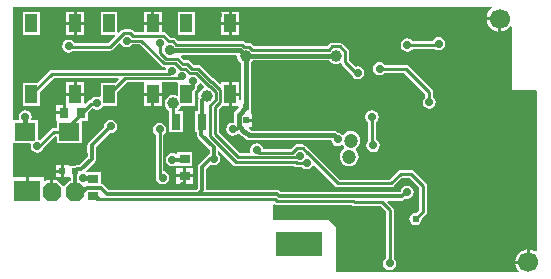
<source format=gbl>
%FSLAX25Y25*%
%MOIN*%
G70*
G01*
G75*
G04 Layer_Physical_Order=2*
G04 Layer_Color=16711680*
%ADD10R,0.02165X0.05906*%
%ADD11R,0.03543X0.03150*%
%ADD12R,0.01969X0.02362*%
%ADD13R,0.01969X0.01969*%
%ADD14R,0.18110X0.16929*%
%ADD15R,0.06299X0.07874*%
%ADD16R,0.07480X0.10236*%
%ADD17R,0.02953X0.07087*%
%ADD18R,0.02362X0.01969*%
%ADD19R,0.04724X0.02362*%
%ADD20R,0.07480X0.09350*%
%ADD21R,0.07480X0.04626*%
%ADD22R,0.07874X0.05807*%
%ADD23R,0.08268X0.05807*%
%ADD24R,0.05433X0.01772*%
%ADD25R,0.03543X0.03543*%
%ADD26R,0.08071X0.08071*%
%ADD27O,0.00787X0.03543*%
%ADD28O,0.03543X0.00787*%
%ADD29R,0.02165X0.03937*%
%ADD30R,0.00984X0.04331*%
%ADD31R,0.04500X0.04500*%
%ADD32R,0.03937X0.14961*%
%ADD33R,0.06693X0.04331*%
%ADD34R,0.03150X0.03543*%
%ADD35R,0.04331X0.06693*%
%ADD36R,0.04331X0.01575*%
%ADD37R,0.05118X0.02362*%
%ADD38R,0.05118X0.02756*%
%ADD39R,0.02756X0.03543*%
%ADD40R,0.02362X0.04528*%
%ADD41R,0.02559X0.04331*%
%ADD42R,0.22441X0.22441*%
%ADD43O,0.03543X0.00984*%
%ADD44O,0.00984X0.03543*%
%ADD45C,0.01181*%
%ADD46C,0.00984*%
%ADD47C,0.01969*%
%ADD48C,0.01575*%
%ADD49R,0.07480X0.06890*%
%ADD50R,0.13780X0.06496*%
G04:AMPARAMS|DCode=51|XSize=59.06mil|YSize=59.06mil|CornerRadius=0mil|HoleSize=0mil|Usage=FLASHONLY|Rotation=90.000|XOffset=0mil|YOffset=0mil|HoleType=Round|Shape=Octagon|*
%AMOCTAGOND51*
4,1,8,0.01476,0.02953,-0.01476,0.02953,-0.02953,0.01476,-0.02953,-0.01476,-0.01476,-0.02953,0.01476,-0.02953,0.02953,-0.01476,0.02953,0.01476,0.01476,0.02953,0.0*
%
%ADD51OCTAGOND51*%

%ADD52R,0.15748X0.07874*%
%ADD53C,0.03937*%
%ADD54R,0.09055X0.07087*%
%ADD55C,0.04724*%
%ADD56C,0.06693*%
%ADD57C,0.02756*%
%ADD58C,0.02441*%
%ADD59C,0.03543*%
%ADD60C,0.01969*%
%ADD61R,0.03150X0.05512*%
%ADD62R,0.06890X0.05906*%
%ADD63R,0.03937X0.05906*%
G36*
X160755Y-1386D02*
X160187Y-1821D01*
X159491Y-2729D01*
X159053Y-3787D01*
X158969Y-4421D01*
X163287D01*
Y-4921D01*
X163787D01*
Y-9239D01*
X164422Y-9156D01*
X165479Y-8718D01*
X166387Y-8021D01*
X166823Y-7454D01*
X167323Y-7623D01*
Y-28543D01*
X175434D01*
X175787Y-28897D01*
X175701Y-82278D01*
X175252Y-82498D01*
X175027Y-82325D01*
X173969Y-81888D01*
X173335Y-81804D01*
Y-86122D01*
X172835D01*
Y-86622D01*
X168517D01*
X168600Y-87257D01*
X169038Y-88314D01*
X169540Y-88968D01*
X169294Y-89468D01*
X108661D01*
Y-74311D01*
X106398Y-72047D01*
X87992D01*
X87697Y-71752D01*
Y-66922D01*
X88197Y-66715D01*
X88251Y-66769D01*
X88674Y-67052D01*
X88757Y-67068D01*
X89173Y-67151D01*
X114070D01*
X114223Y-67253D01*
X114363Y-67347D01*
X114862Y-67446D01*
X123574D01*
X125270Y-69143D01*
Y-84783D01*
X125014Y-84955D01*
X124535Y-85671D01*
X124367Y-86516D01*
X124535Y-87361D01*
X125014Y-88077D01*
X125730Y-88556D01*
X126575Y-88723D01*
X127420Y-88556D01*
X128136Y-88077D01*
X128614Y-87361D01*
X128783Y-86516D01*
X128614Y-85671D01*
X128136Y-84955D01*
X127879Y-84783D01*
Y-68602D01*
X127780Y-68103D01*
X127497Y-67680D01*
X125857Y-66040D01*
X126049Y-65578D01*
X130620D01*
X131157Y-65471D01*
X131613Y-65167D01*
X131877Y-64903D01*
X132382Y-65003D01*
X133227Y-64835D01*
X133943Y-64356D01*
X134422Y-63640D01*
X134590Y-62795D01*
X134422Y-61950D01*
X133943Y-61234D01*
X133227Y-60756D01*
X132382Y-60588D01*
X131537Y-60756D01*
X130821Y-61234D01*
X130342Y-61950D01*
X130215Y-62591D01*
X130038Y-62768D01*
X90448D01*
X90072Y-62392D01*
X89617Y-62088D01*
X89079Y-61981D01*
X87992D01*
X87992Y-61981D01*
X65381D01*
Y-55011D01*
X66894Y-53498D01*
X67072Y-53617D01*
X67917Y-53785D01*
X68762Y-53617D01*
X69478Y-53139D01*
X69956Y-52422D01*
X70125Y-51577D01*
X69956Y-50732D01*
X69478Y-50016D01*
X69322Y-49912D01*
Y-49182D01*
X69784Y-48991D01*
X74434Y-53641D01*
X74858Y-53924D01*
X74940Y-53941D01*
X75357Y-54024D01*
X94689D01*
X95041Y-54259D01*
X95124Y-54275D01*
X95541Y-54358D01*
X97337D01*
X97413Y-54472D01*
X98129Y-54951D01*
X98974Y-55119D01*
X99819Y-54951D01*
X100535Y-54472D01*
X100907Y-53916D01*
X101480Y-53782D01*
X108466Y-60768D01*
X108749Y-60957D01*
X108889Y-61051D01*
X109388Y-61150D01*
X127067D01*
X127566Y-61051D01*
X127989Y-60768D01*
X128193Y-60462D01*
X130757Y-57899D01*
X133220D01*
X136491Y-61170D01*
Y-68554D01*
X135405Y-69640D01*
X135236Y-69606D01*
X134453Y-69762D01*
X133789Y-70206D01*
X133345Y-70870D01*
X133189Y-71653D01*
X133345Y-72437D01*
X133789Y-73101D01*
X134453Y-73545D01*
X135236Y-73701D01*
X136020Y-73545D01*
X136684Y-73101D01*
X137128Y-72437D01*
X137283Y-71653D01*
X137250Y-71485D01*
X138718Y-70017D01*
X139001Y-69594D01*
X139100Y-69095D01*
Y-60630D01*
X139017Y-60214D01*
X139001Y-60131D01*
X138718Y-59707D01*
X134682Y-55672D01*
X134259Y-55389D01*
X134176Y-55373D01*
X133760Y-55290D01*
X130217D01*
X129717Y-55389D01*
X129294Y-55672D01*
X126425Y-58541D01*
X109929D01*
X99943Y-48555D01*
X99653Y-48361D01*
X98501Y-47210D01*
X98078Y-46927D01*
X97996Y-46911D01*
X97579Y-46828D01*
X95541D01*
X95041Y-46927D01*
X94901Y-47021D01*
X94618Y-47210D01*
X93563Y-48265D01*
X84399D01*
X84306Y-47795D01*
X83827Y-47078D01*
X83111Y-46600D01*
X82266Y-46432D01*
X81421Y-46600D01*
X80705Y-47078D01*
X80226Y-47795D01*
X80058Y-48640D01*
X80198Y-49340D01*
X79908Y-49840D01*
X76550D01*
X69612Y-42902D01*
Y-35035D01*
X70576Y-34071D01*
X72925D01*
Y-30118D01*
Y-26165D01*
X70457D01*
Y-26574D01*
X69995Y-26765D01*
X68228Y-24998D01*
X67805Y-24715D01*
X67798Y-24714D01*
X63716Y-20633D01*
X63293Y-20350D01*
X63210Y-20333D01*
X62794Y-20251D01*
X61269D01*
X60077Y-19059D01*
X59654Y-18776D01*
X59571Y-18760D01*
X59155Y-18677D01*
X58120D01*
X57002Y-17558D01*
X57209Y-17058D01*
X75445D01*
X75764Y-17421D01*
X75858Y-18141D01*
X76136Y-18811D01*
X76578Y-19387D01*
X77036Y-19738D01*
Y-32063D01*
X76894Y-32176D01*
X76394Y-31935D01*
Y-30618D01*
X73925D01*
Y-34071D01*
X76061D01*
X76269Y-34571D01*
X75093Y-35747D01*
X74745Y-36268D01*
X74725Y-36369D01*
X74623Y-36882D01*
X74623Y-36882D01*
Y-39277D01*
X74311Y-39533D01*
X73466Y-39701D01*
X72750Y-40179D01*
X72271Y-40896D01*
X72103Y-41741D01*
X72271Y-42585D01*
X72750Y-43302D01*
X73466Y-43780D01*
X74311Y-43948D01*
X75156Y-43780D01*
X75872Y-43302D01*
X75909Y-43246D01*
X76407Y-43197D01*
X76971Y-43761D01*
X76971Y-43761D01*
X77491Y-44109D01*
X77782Y-44167D01*
X78549Y-44935D01*
X78549Y-44935D01*
X79070Y-45283D01*
X79172Y-45303D01*
X79685Y-45405D01*
X79685Y-45405D01*
X107089D01*
X107212Y-46022D01*
X107691Y-46738D01*
X108407Y-47217D01*
X109252Y-47385D01*
X110097Y-47217D01*
X110440Y-46987D01*
X110919Y-47133D01*
X110930Y-47159D01*
X111321Y-47669D01*
X111409Y-47894D01*
X111265Y-48317D01*
X110844Y-48640D01*
X110339Y-49297D01*
X110022Y-50064D01*
X109914Y-50886D01*
X110022Y-51708D01*
X110339Y-52474D01*
X110844Y-53132D01*
X111502Y-53637D01*
X112268Y-53954D01*
X113091Y-54063D01*
X113913Y-53954D01*
X114679Y-53637D01*
X115337Y-53132D01*
X115842Y-52474D01*
X116159Y-51708D01*
X116267Y-50886D01*
X116159Y-50064D01*
X115842Y-49297D01*
X115451Y-48788D01*
X115363Y-48562D01*
X115507Y-48140D01*
X115927Y-47817D01*
X116432Y-47159D01*
X116750Y-46393D01*
X116858Y-45571D01*
X116750Y-44749D01*
X116432Y-43982D01*
X115927Y-43325D01*
X115269Y-42820D01*
X114503Y-42502D01*
X113681Y-42394D01*
X112859Y-42502D01*
X112093Y-42820D01*
X111435Y-43325D01*
X111201Y-43629D01*
X110813Y-43616D01*
X110097Y-43137D01*
X109331Y-42985D01*
X109009Y-42664D01*
X108489Y-42316D01*
X108387Y-42296D01*
X107874Y-42193D01*
X107874Y-42194D01*
X80350D01*
X79647Y-41490D01*
X79573Y-41441D01*
X79724Y-40941D01*
X80626D01*
Y-39260D01*
X78642D01*
Y-38260D01*
X80626D01*
Y-36579D01*
X80626D01*
X80413Y-36437D01*
Y-32500D01*
X80247D01*
Y-19587D01*
X80509Y-19387D01*
X80935Y-18831D01*
X106425D01*
X106701Y-19191D01*
X107277Y-19633D01*
X107947Y-19910D01*
X108667Y-20005D01*
X109386Y-19910D01*
X109977Y-19666D01*
X110173Y-19683D01*
X110253Y-19710D01*
X110564Y-19873D01*
X110795Y-20219D01*
X113801Y-23224D01*
X113911Y-23779D01*
X114389Y-24495D01*
X115106Y-24974D01*
X115951Y-25142D01*
X116795Y-24974D01*
X117512Y-24495D01*
X117990Y-23779D01*
X118158Y-22934D01*
X117990Y-22089D01*
X117512Y-21373D01*
X116795Y-20895D01*
X115951Y-20726D01*
X115152Y-20885D01*
X113022Y-18756D01*
Y-15961D01*
X112923Y-15462D01*
X112829Y-15322D01*
X112640Y-15039D01*
X110853Y-13252D01*
X110430Y-12969D01*
X110347Y-12952D01*
X109931Y-12869D01*
X107403D01*
X106904Y-12969D01*
X106763Y-13063D01*
X106480Y-13252D01*
X105773Y-13959D01*
X81241D01*
X80730Y-13448D01*
X80306Y-13165D01*
X80224Y-13148D01*
X79807Y-13066D01*
X78677D01*
X78272Y-12660D01*
X77849Y-12377D01*
X77766Y-12361D01*
X77349Y-12278D01*
X56055D01*
X55355Y-11578D01*
X54932Y-11295D01*
X54849Y-11279D01*
X54433Y-11196D01*
X53629D01*
X52043Y-9610D01*
X51619Y-9327D01*
X51537Y-9310D01*
X51120Y-9228D01*
X50557D01*
Y-6996D01*
X44620D01*
Y-9228D01*
X41485D01*
X41080Y-8822D01*
X40657Y-8539D01*
X40574Y-8523D01*
X40157Y-8440D01*
X37959D01*
X37543Y-8523D01*
X37460Y-8539D01*
X37037Y-8822D01*
X36239Y-9619D01*
X35778Y-9428D01*
Y-2756D01*
X30266D01*
Y-10236D01*
X34969D01*
X35161Y-10698D01*
X32892Y-12967D01*
X21451D01*
X21149Y-12514D01*
X20433Y-12036D01*
X19588Y-11868D01*
X18743Y-12036D01*
X18026Y-12514D01*
X17548Y-13231D01*
X17380Y-14075D01*
X17548Y-14920D01*
X18026Y-15637D01*
X18743Y-16115D01*
X19588Y-16283D01*
X20433Y-16115D01*
X21149Y-15637D01*
X21189Y-15576D01*
X33432D01*
X33849Y-15493D01*
X33931Y-15477D01*
X34355Y-15194D01*
X36473Y-13076D01*
X37045Y-13210D01*
X37417Y-13767D01*
X38133Y-14245D01*
X38978Y-14413D01*
X39823Y-14245D01*
X40539Y-13767D01*
X40711Y-13510D01*
X43297D01*
X50494Y-20707D01*
X50917Y-20990D01*
X51416Y-21089D01*
X51638D01*
X51913Y-21521D01*
X51733Y-21924D01*
X14075D01*
X13576Y-22023D01*
X13152Y-22306D01*
X9080Y-26378D01*
X4429D01*
Y-33858D01*
X9941D01*
Y-29207D01*
X14615Y-24533D01*
X36109D01*
X36300Y-24995D01*
X34917Y-26378D01*
X30266D01*
Y-30734D01*
X29766Y-31010D01*
X29037Y-30865D01*
X28192Y-31033D01*
X27476Y-31511D01*
X27108Y-32061D01*
X26969D01*
X26552Y-32144D01*
X26469Y-32161D01*
X26046Y-32444D01*
X25221Y-33269D01*
X24721Y-33062D01*
Y-30618D01*
X18783D01*
Y-33547D01*
X18610D01*
Y-36319D01*
X18110D01*
Y-36819D01*
X15535D01*
Y-39090D01*
X15551D01*
Y-41215D01*
X14764D01*
X14347Y-41298D01*
X14265Y-41314D01*
X13841Y-41597D01*
X10020Y-45418D01*
X9999Y-45404D01*
X9252Y-45255D01*
Y-38780D01*
X7489D01*
X7190Y-38280D01*
X7326Y-37598D01*
X7158Y-36754D01*
X6679Y-36037D01*
X5963Y-35559D01*
X5118Y-35391D01*
X4273Y-35559D01*
X3557Y-36037D01*
X3078Y-36754D01*
X2910Y-37598D01*
X3046Y-38280D01*
X2747Y-38780D01*
X1083D01*
Y-1083D01*
X1280Y-886D01*
X160585D01*
X160755Y-1386D01*
D02*
G37*
G36*
X56071Y-26356D02*
X56102Y-26592D01*
Y-30490D01*
X55602Y-30713D01*
X55050Y-30484D01*
X54331Y-30390D01*
X53611Y-30484D01*
X52941Y-30762D01*
X52365Y-31204D01*
X51923Y-31780D01*
X51646Y-32450D01*
X51551Y-33169D01*
X51646Y-33889D01*
X51923Y-34559D01*
X52365Y-35135D01*
X52941Y-35577D01*
X53026Y-35612D01*
Y-38189D01*
X53051Y-38315D01*
Y-42815D01*
X57776D01*
Y-35728D01*
X56344D01*
X56174Y-35228D01*
X56296Y-35135D01*
X56738Y-34559D01*
X57016Y-33889D01*
X57020Y-33858D01*
X61614D01*
Y-29207D01*
X62045Y-28777D01*
X62327Y-28354D01*
X62344Y-28271D01*
X62427Y-27854D01*
Y-27323D01*
X62683Y-27152D01*
X63055Y-26596D01*
X63628Y-26461D01*
X64728Y-27562D01*
X64585Y-28126D01*
X64161Y-28301D01*
X63586Y-28743D01*
X63144Y-29319D01*
X62866Y-29989D01*
X62771Y-30709D01*
X62866Y-31428D01*
X62888Y-31481D01*
X62777Y-31647D01*
X62670Y-32185D01*
Y-35728D01*
X61713D01*
Y-42815D01*
X62375D01*
Y-43602D01*
X62481Y-44140D01*
X62786Y-44596D01*
X66512Y-48322D01*
Y-49912D01*
X66356Y-50016D01*
X66090Y-50413D01*
X65835Y-50584D01*
X62983Y-53436D01*
X62678Y-53891D01*
X62571Y-54429D01*
Y-61426D01*
X62016Y-61981D01*
X33062D01*
X31308Y-60227D01*
X30853Y-59922D01*
X30413Y-59835D01*
Y-56102D01*
X25457D01*
X25218Y-55634D01*
X28257Y-52595D01*
X28562Y-52139D01*
X28669Y-51601D01*
Y-47731D01*
X33380Y-43020D01*
X33565Y-43056D01*
X34409Y-42888D01*
X35126Y-42410D01*
X35604Y-41693D01*
X35772Y-40848D01*
X35604Y-40004D01*
X35126Y-39287D01*
X34409Y-38809D01*
X33565Y-38641D01*
X32720Y-38809D01*
X32004Y-39287D01*
X31525Y-40004D01*
X31357Y-40848D01*
X31394Y-41033D01*
X26270Y-46156D01*
X25966Y-46612D01*
X25859Y-47149D01*
Y-51020D01*
X23103Y-53776D01*
X22260D01*
X21723Y-53883D01*
X21641Y-53937D01*
X20122D01*
X20034D01*
X19622Y-53724D01*
X19526D01*
X19352Y-53724D01*
X17941D01*
Y-55709D01*
Y-57693D01*
X19352D01*
X19526Y-57693D01*
X19622D01*
X19749Y-57628D01*
X20249Y-57932D01*
Y-59055D01*
X19783D01*
X18268Y-60570D01*
X17831Y-60720D01*
X17646Y-60536D01*
X15854Y-58744D01*
X14378D01*
Y-62697D01*
X13378D01*
Y-58744D01*
X11902D01*
X11698Y-58947D01*
X11236Y-58756D01*
Y-57760D01*
X6209D01*
Y-62303D01*
X5209D01*
Y-57760D01*
X1083D01*
Y-46260D01*
X6785D01*
X7082Y-46760D01*
X6946Y-47443D01*
X7114Y-48288D01*
X7593Y-49004D01*
X8309Y-49483D01*
X9154Y-49651D01*
X9999Y-49483D01*
X10715Y-49004D01*
X11194Y-48288D01*
X11281Y-47847D01*
X15051Y-44077D01*
X15551Y-44284D01*
Y-46260D01*
X24016D01*
Y-38878D01*
X25984D01*
Y-36195D01*
X27509Y-34671D01*
X27531D01*
X28192Y-35112D01*
X29037Y-35280D01*
X29882Y-35112D01*
X30598Y-34634D01*
X31077Y-33917D01*
X31088Y-33858D01*
X35778D01*
Y-29207D01*
X38877Y-26108D01*
X44144D01*
X44620Y-26165D01*
X44620Y-26608D01*
Y-29618D01*
X50557D01*
Y-26608D01*
X50557Y-26165D01*
X51033Y-26108D01*
X55714D01*
X56071Y-26356D01*
D02*
G37*
%LPC*%
G36*
X17610Y-33547D02*
X15535D01*
Y-35819D01*
X17610D01*
Y-33547D01*
D02*
G37*
G36*
X120669Y-35489D02*
X119824Y-35657D01*
X119108Y-36136D01*
X118630Y-36852D01*
X118462Y-37697D01*
X118630Y-38542D01*
X119108Y-39258D01*
X119365Y-39429D01*
Y-45801D01*
X119029Y-46303D01*
X118861Y-47148D01*
X119029Y-47993D01*
X119508Y-48709D01*
X120224Y-49188D01*
X121069Y-49356D01*
X121914Y-49188D01*
X122630Y-48709D01*
X123109Y-47993D01*
X123277Y-47148D01*
X123109Y-46303D01*
X122630Y-45587D01*
X121974Y-45148D01*
Y-39429D01*
X122230Y-39258D01*
X122709Y-38542D01*
X122877Y-37697D01*
X122709Y-36852D01*
X122230Y-36136D01*
X121514Y-35657D01*
X120669Y-35489D01*
D02*
G37*
G36*
X60827Y-49409D02*
X55709D01*
Y-49718D01*
X55209Y-49985D01*
X54981Y-49833D01*
X54137Y-49665D01*
X53292Y-49833D01*
X52575Y-50311D01*
X52097Y-51028D01*
X51929Y-51873D01*
X52097Y-52718D01*
X52575Y-53434D01*
X53292Y-53912D01*
X54137Y-54080D01*
X54981Y-53912D01*
X55209Y-53760D01*
X55709Y-54028D01*
Y-54134D01*
X60827D01*
Y-49409D01*
D02*
G37*
G36*
X123228Y-19347D02*
X122383Y-19515D01*
X121667Y-19994D01*
X121189Y-20710D01*
X121021Y-21555D01*
X121189Y-22400D01*
X121667Y-23116D01*
X122383Y-23595D01*
X123228Y-23763D01*
X124073Y-23595D01*
X124790Y-23116D01*
X124961Y-22860D01*
X131448D01*
X138524Y-29936D01*
Y-31043D01*
X138268Y-31214D01*
X137789Y-31931D01*
X137621Y-32776D01*
X137789Y-33621D01*
X138268Y-34337D01*
X138984Y-34815D01*
X139829Y-34983D01*
X140674Y-34815D01*
X141390Y-34337D01*
X141869Y-33621D01*
X142037Y-32776D01*
X141869Y-31931D01*
X141390Y-31214D01*
X141134Y-31043D01*
Y-29396D01*
X141051Y-28980D01*
X141034Y-28897D01*
X140752Y-28474D01*
X132911Y-20633D01*
X132487Y-20350D01*
X132405Y-20333D01*
X131988Y-20251D01*
X124961D01*
X124790Y-19994D01*
X124073Y-19515D01*
X123228Y-19347D01*
D02*
G37*
G36*
X21252Y-26165D02*
X18783D01*
Y-29618D01*
X21252D01*
Y-26165D01*
D02*
G37*
G36*
X50557Y-30618D02*
X48089D01*
Y-34071D01*
X50557D01*
Y-30618D01*
D02*
G37*
G36*
X47089D02*
X44620D01*
Y-34071D01*
X47089D01*
Y-30618D01*
D02*
G37*
G36*
X16941Y-53724D02*
X15260D01*
Y-55209D01*
X16941D01*
Y-53724D01*
D02*
G37*
G36*
X57768Y-57784D02*
X55496D01*
Y-59858D01*
X57768D01*
Y-57784D01*
D02*
G37*
G36*
X49893Y-39623D02*
X49049Y-39791D01*
X48332Y-40270D01*
X47854Y-40986D01*
X47686Y-41831D01*
X47854Y-42676D01*
X48332Y-43392D01*
X48589Y-43563D01*
Y-58063D01*
X48672Y-58479D01*
X48688Y-58562D01*
X48971Y-58985D01*
X49068Y-59050D01*
X49327Y-59438D01*
X50043Y-59917D01*
X50888Y-60085D01*
X51733Y-59917D01*
X52449Y-59438D01*
X52928Y-58722D01*
X53096Y-57877D01*
X52928Y-57032D01*
X52449Y-56316D01*
X51733Y-55837D01*
X51198Y-55731D01*
Y-43563D01*
X51455Y-43392D01*
X51933Y-42676D01*
X52101Y-41831D01*
X51933Y-40986D01*
X51455Y-40270D01*
X50738Y-39791D01*
X49893Y-39623D01*
D02*
G37*
G36*
X172335Y-81804D02*
X171700Y-81888D01*
X170643Y-82325D01*
X169735Y-83022D01*
X169038Y-83930D01*
X168600Y-84987D01*
X168517Y-85622D01*
X172335D01*
Y-81804D01*
D02*
G37*
G36*
X61039Y-57784D02*
X58768D01*
Y-59858D01*
X61039D01*
Y-57784D01*
D02*
G37*
G36*
Y-54709D02*
X58768D01*
Y-56783D01*
X61039D01*
Y-54709D01*
D02*
G37*
G36*
X57768D02*
X55496D01*
Y-56783D01*
X57768D01*
Y-54709D01*
D02*
G37*
G36*
X16941Y-56209D02*
X15260D01*
Y-57693D01*
X16941D01*
Y-56209D01*
D02*
G37*
G36*
X24721Y-26165D02*
X22252D01*
Y-29618D01*
X24721D01*
Y-26165D01*
D02*
G37*
G36*
X162787Y-5421D02*
X158969D01*
X159053Y-6056D01*
X159491Y-7113D01*
X160187Y-8021D01*
X161095Y-8718D01*
X162153Y-9156D01*
X162787Y-9239D01*
Y-5421D01*
D02*
G37*
G36*
X61614Y-2756D02*
X56102D01*
Y-10236D01*
X61614D01*
Y-2756D01*
D02*
G37*
G36*
X9941D02*
X4429D01*
Y-10236D01*
X9941D01*
Y-2756D01*
D02*
G37*
G36*
X21252Y-2543D02*
X18783D01*
Y-5996D01*
X21252D01*
Y-2543D01*
D02*
G37*
G36*
X50557D02*
X48089D01*
Y-5996D01*
X50557D01*
Y-2543D01*
D02*
G37*
G36*
X47089D02*
X44620D01*
Y-5996D01*
X47089D01*
Y-2543D01*
D02*
G37*
G36*
X24721D02*
X22252D01*
Y-5996D01*
X24721D01*
Y-2543D01*
D02*
G37*
G36*
X76394Y-6996D02*
X73925D01*
Y-10449D01*
X76394D01*
Y-6996D01*
D02*
G37*
G36*
X72925Y-2543D02*
X70457D01*
Y-5996D01*
X72925D01*
Y-2543D01*
D02*
G37*
G36*
X76394Y-26165D02*
X73925D01*
Y-29618D01*
X76394D01*
Y-26165D01*
D02*
G37*
G36*
Y-2543D02*
X73925D01*
Y-5996D01*
X76394D01*
Y-2543D01*
D02*
G37*
G36*
X142913Y-10981D02*
X142069Y-11149D01*
X141352Y-11628D01*
X140874Y-12344D01*
X140867Y-12376D01*
X134213D01*
X134041Y-12120D01*
X133325Y-11641D01*
X132480Y-11473D01*
X131635Y-11641D01*
X130919Y-12120D01*
X130441Y-12836D01*
X130272Y-13681D01*
X130441Y-14526D01*
X130919Y-15242D01*
X131635Y-15721D01*
X132480Y-15889D01*
X133325Y-15721D01*
X134041Y-15242D01*
X134213Y-14986D01*
X141705D01*
X142069Y-15229D01*
X142913Y-15397D01*
X143758Y-15229D01*
X144474Y-14750D01*
X144953Y-14034D01*
X145121Y-13189D01*
X144953Y-12344D01*
X144474Y-11628D01*
X143758Y-11149D01*
X142913Y-10981D01*
D02*
G37*
G36*
X72925Y-6996D02*
X70457D01*
Y-10449D01*
X72925D01*
Y-6996D01*
D02*
G37*
G36*
X24721D02*
X22252D01*
Y-10449D01*
X24721D01*
Y-6996D01*
D02*
G37*
G36*
X21252D02*
X18783D01*
Y-10449D01*
X21252D01*
Y-6996D01*
D02*
G37*
%LPD*%
D11*
X27854Y-63976D02*
D03*
Y-58465D02*
D03*
X58268Y-57284D02*
D03*
Y-51772D02*
D03*
D12*
X78642Y-38760D02*
D03*
Y-34468D02*
D03*
D18*
X21732Y-55709D02*
D03*
X17441D02*
D03*
D34*
X18110Y-36319D02*
D03*
X23622D02*
D03*
D45*
X130620Y-64173D02*
X132190Y-62603D01*
X132382Y-62795D01*
X89866Y-64173D02*
X130620D01*
X62598Y-63386D02*
X87992D01*
X87992Y-63386D01*
X89079D01*
X89866Y-64173D01*
X30315Y-61221D02*
X32480Y-63386D01*
X21654Y-62795D02*
X24019D01*
X25593Y-61221D02*
X30315D01*
X24019Y-62795D02*
X25593Y-61221D01*
X21732Y-55709D02*
X22260Y-55181D01*
X21654Y-62795D02*
Y-55787D01*
X21732Y-55709D01*
X22260Y-55181D02*
X23685D01*
X27264Y-47149D02*
X33565Y-40848D01*
X23685Y-55181D02*
X27264Y-51601D01*
Y-47149D01*
X57773Y-51873D02*
X57874Y-51772D01*
X54137Y-51873D02*
X57773D01*
X72835Y-30709D02*
X73425Y-30118D01*
X64075Y-39272D02*
Y-32185D01*
X65551Y-30709D01*
X63779Y-39567D02*
X64075Y-39272D01*
X63976Y-54429D02*
X66828Y-51577D01*
X63976Y-62008D02*
Y-54429D01*
X62598Y-63386D02*
X63976Y-62008D01*
X66828Y-51577D02*
X67917D01*
X32480Y-63386D02*
X62598D01*
X63779Y-43602D02*
Y-39567D01*
Y-43602D02*
X67917Y-47739D01*
Y-51577D02*
Y-47739D01*
D46*
X127067Y-59744D02*
X130217Y-56595D01*
X133760D01*
X137795Y-60630D01*
Y-69095D02*
Y-60630D01*
X135236Y-71653D02*
X137795Y-69095D01*
X89173Y-65847D02*
X114567D01*
X114862Y-66142D02*
X124114D01*
X126575Y-86516D02*
Y-68602D01*
X114567Y-65847D02*
X114862Y-66142D01*
X124114D02*
X126575Y-68602D01*
X109388Y-59845D02*
X127067D01*
Y-59744D01*
X88386Y-65059D02*
X89173Y-65847D01*
X49893Y-58063D02*
Y-41831D01*
X50079Y-57877D02*
X50888D01*
X49893Y-58063D02*
X50079Y-57877D01*
X29134Y-64764D02*
X29429Y-65059D01*
X26969Y-33366D02*
X28743D01*
X29037Y-33073D01*
X7185Y-30118D02*
X14075Y-23228D01*
X96009Y-51144D02*
X96560Y-50593D01*
X33022Y-30118D02*
X38337Y-24803D01*
X9154Y-47443D02*
X9840D01*
X14764Y-42520D01*
X19783D01*
X19980Y-40354D02*
X26969Y-33366D01*
X132480Y-13681D02*
X142421D01*
X142913Y-13189D01*
X74311Y-41741D02*
X75236D01*
X76228Y-40748D01*
X54331Y-38189D02*
X55413Y-39272D01*
X38337Y-24803D02*
X56037D01*
X53153Y-23228D02*
X54137Y-22245D01*
X56037Y-24803D02*
X56823Y-24017D01*
X57483D01*
X61122Y-27854D02*
Y-25591D01*
X58858Y-30118D02*
X61122Y-27854D01*
X54331Y-38189D02*
Y-33563D01*
X66653Y-27496D02*
X68602Y-29445D01*
X56928Y-21556D02*
X58502D01*
X55156Y-19784D02*
X56928Y-21556D01*
X58502D02*
X60076Y-23130D01*
X62141D01*
X66507Y-27496D01*
X66653D01*
X67305Y-25921D02*
X70177Y-28793D01*
X67159Y-25921D02*
X67305D01*
X62794Y-21555D02*
X67159Y-25921D01*
X60728Y-21555D02*
X62794D01*
X59155Y-19982D02*
X60728Y-21555D01*
X57580Y-19982D02*
X59155D01*
X55808Y-18210D02*
X57580Y-19982D01*
X68602Y-31973D02*
Y-29445D01*
X66732Y-33843D02*
X68602Y-31973D01*
X68307Y-34495D02*
X70177Y-32625D01*
Y-28793D01*
X95541Y-53054D02*
X98832D01*
X95206Y-52719D02*
X95541Y-53054D01*
X98832D02*
X98974Y-52911D01*
X82266Y-48640D02*
X83196Y-49569D01*
X94103D01*
X95541Y-48132D01*
X97579D01*
X99020Y-49574D02*
Y-49478D01*
X97579Y-48132D02*
X99020Y-49574D01*
Y-49478D02*
X109388Y-59845D01*
X29429Y-65059D02*
X88386D01*
X75357Y-52719D02*
X95206D01*
X76009Y-51144D02*
X96009D01*
X68307Y-43442D02*
Y-34495D01*
Y-43442D02*
X76009Y-51144D01*
X66732Y-44094D02*
Y-33843D01*
Y-44094D02*
X75357Y-52719D01*
X120669Y-46748D02*
X121069Y-47148D01*
X120669Y-46748D02*
Y-37697D01*
X55515Y-13583D02*
X77349D01*
X78137Y-14370D01*
X79807D01*
X80701Y-15264D01*
X106313D01*
X107403Y-14174D01*
X109931D01*
X111718Y-15961D01*
Y-19297D02*
Y-15961D01*
X14075Y-23228D02*
X53153D01*
X33432Y-14272D02*
X37959Y-9745D01*
X19391Y-14272D02*
X33432D01*
X19391D02*
X19588Y-14075D01*
X50101Y-16242D02*
X52069Y-18210D01*
X55808D01*
X50101Y-16242D02*
Y-12993D01*
X43837Y-12205D02*
X51416Y-19784D01*
X38978Y-12205D02*
X43837D01*
X51416Y-19784D02*
X55156D01*
X37959Y-9745D02*
X40157D01*
X41043Y-10631D01*
X53089Y-12501D02*
X54433D01*
X55515Y-13583D01*
X51120Y-10532D02*
X53089Y-12501D01*
X41043Y-10631D02*
X41142Y-10532D01*
X51120D01*
X115945Y-23524D02*
X115951Y-23518D01*
X111718Y-19297D02*
X115945Y-23524D01*
X115951Y-23518D02*
Y-22934D01*
X123228Y-21555D02*
X131988D01*
X139829Y-29396D01*
Y-32776D02*
Y-29396D01*
D48*
X52858Y-15453D02*
X76575D01*
X52955Y-15355D02*
X53251D01*
X52858Y-15453D02*
X52955Y-15355D01*
X76575Y-15453D02*
X78543Y-17421D01*
X53839Y-33071D02*
X55512D01*
X53839D02*
X54331Y-33563D01*
X107874Y-43799D02*
X109252Y-45177D01*
X76228Y-36882D02*
X78642Y-34468D01*
Y-17520D01*
X78543Y-17421D02*
X78642Y-17520D01*
X78511Y-42626D02*
X79685Y-43799D01*
X78106Y-42626D02*
X78511D01*
X79685Y-43799D02*
X107874D01*
X27854Y-63484D02*
X29134Y-64764D01*
X78739Y-17225D02*
X108667D01*
X78543Y-17421D02*
X78739Y-17225D01*
X24312Y-58172D02*
X27857D01*
X27956Y-58074D01*
X27854Y-57973D02*
X27956Y-58074D01*
X5118Y-40256D02*
X5217Y-40354D01*
X5118Y-40256D02*
Y-37598D01*
X72225Y-5296D02*
X73425Y-6496D01*
X76228Y-40748D02*
Y-36882D01*
Y-40748D02*
X78106Y-42626D01*
D51*
X21654Y-62795D02*
D03*
X13878Y-62697D02*
D03*
D52*
X96260Y-79921D02*
D03*
D53*
X65551Y-30709D02*
D03*
X54331Y-33169D02*
D03*
X108667Y-17225D02*
D03*
X78543Y-17421D02*
D03*
D54*
X5709Y-62303D02*
D03*
D55*
X113091Y-50886D02*
D03*
X113681Y-45571D02*
D03*
D56*
X172835Y-86122D02*
D03*
X163287Y-4921D02*
D03*
D57*
X132382Y-62795D02*
D03*
X126575Y-86516D02*
D03*
X82266Y-48640D02*
D03*
X140256Y-46555D02*
D03*
X120669Y-37697D02*
D03*
X109252Y-45177D02*
D03*
X150787Y-53839D02*
D03*
X50888Y-57877D02*
D03*
X42520Y-19783D02*
D03*
X42618Y-16043D02*
D03*
X29037Y-33073D02*
D03*
X33565Y-40848D02*
D03*
X14567Y-9350D02*
D03*
X52165Y-6791D02*
D03*
X67917Y-51577D02*
D03*
X73228Y-19094D02*
D03*
X127657Y-39272D02*
D03*
X120177Y-52264D02*
D03*
X5315Y-15748D02*
D03*
Y-22539D02*
D03*
X14665Y-30315D02*
D03*
X33366Y-45866D02*
D03*
X15256Y-47736D02*
D03*
X25492Y-42815D02*
D03*
X24312Y-58172D02*
D03*
X130118Y-29429D02*
D03*
X4429Y-50886D02*
D03*
X20079Y-50197D02*
D03*
X30512Y-50098D02*
D03*
X24705Y-50197D02*
D03*
X9154Y-47443D02*
D03*
X5118Y-37598D02*
D03*
X38978Y-12205D02*
D03*
X42421Y-28937D02*
D03*
X98974Y-52911D02*
D03*
X96560Y-50593D02*
D03*
X131004Y-17717D02*
D03*
X54137Y-51873D02*
D03*
X151279Y-27461D02*
D03*
X145669Y-27559D02*
D03*
X53248Y-28346D02*
D03*
X112598Y-11417D02*
D03*
X52067Y-2559D02*
D03*
X99606Y-7185D02*
D03*
X69390Y-3740D02*
D03*
X42323Y-32382D02*
D03*
X15157Y-2953D02*
D03*
X134843Y-84449D02*
D03*
X164764Y-87008D02*
D03*
X144980Y-20866D02*
D03*
X146752Y-8268D02*
D03*
X42224Y-41043D02*
D03*
X117323Y-7677D02*
D03*
X139829Y-32776D02*
D03*
X138091Y-17520D02*
D03*
X157579Y-15551D02*
D03*
X26083Y-2657D02*
D03*
X49893Y-41831D02*
D03*
X43898Y-39272D02*
D03*
X9350Y-36909D02*
D03*
X41339Y-38583D02*
D03*
X132480Y-13681D02*
D03*
X142913Y-13189D02*
D03*
X85925Y-40059D02*
D03*
Y-35728D02*
D03*
Y-31398D02*
D03*
Y-27067D02*
D03*
Y-22736D02*
D03*
X90256Y-40059D02*
D03*
Y-35728D02*
D03*
Y-31398D02*
D03*
Y-27067D02*
D03*
Y-22736D02*
D03*
X94587Y-40059D02*
D03*
Y-35728D02*
D03*
Y-31398D02*
D03*
Y-27067D02*
D03*
Y-22736D02*
D03*
X98917Y-40059D02*
D03*
Y-35728D02*
D03*
Y-31398D02*
D03*
Y-27067D02*
D03*
Y-22736D02*
D03*
X103248Y-40059D02*
D03*
Y-35728D02*
D03*
Y-31398D02*
D03*
Y-27067D02*
D03*
Y-22736D02*
D03*
X74311Y-41741D02*
D03*
X57579Y-60728D02*
D03*
X146752Y-42815D02*
D03*
X72244Y-35925D02*
D03*
X54137Y-22245D02*
D03*
X57483Y-24017D02*
D03*
X61122Y-25591D02*
D03*
X62402Y-18898D02*
D03*
X67421Y-56988D02*
D03*
X65354Y-49409D02*
D03*
X165059Y-27264D02*
D03*
X173425Y-30610D02*
D03*
X173721Y-37500D02*
D03*
X174311Y-57087D02*
D03*
X174213Y-71063D02*
D03*
X121069Y-47148D02*
D03*
X38880Y-6004D02*
D03*
X50101Y-12993D02*
D03*
X34843Y-17815D02*
D03*
X19588Y-14075D02*
D03*
X115951Y-22934D02*
D03*
X123228Y-21555D02*
D03*
X124508Y-25098D02*
D03*
X119980Y-27854D02*
D03*
D58*
X135236Y-71653D02*
D03*
D59*
X53251Y-15355D02*
D03*
D60*
X45965Y-54528D02*
D03*
X41634D02*
D03*
X45965Y-50197D02*
D03*
X41634D02*
D03*
D61*
X55413Y-39272D02*
D03*
X64075D02*
D03*
D62*
X5020Y-42520D02*
D03*
X19783D02*
D03*
D63*
X58858Y-6496D02*
D03*
Y-30118D02*
D03*
X73425D02*
D03*
Y-6496D02*
D03*
X7185D02*
D03*
Y-30118D02*
D03*
X21752D02*
D03*
Y-6496D02*
D03*
X33022D02*
D03*
Y-30118D02*
D03*
X47589D02*
D03*
Y-6496D02*
D03*
M02*

</source>
